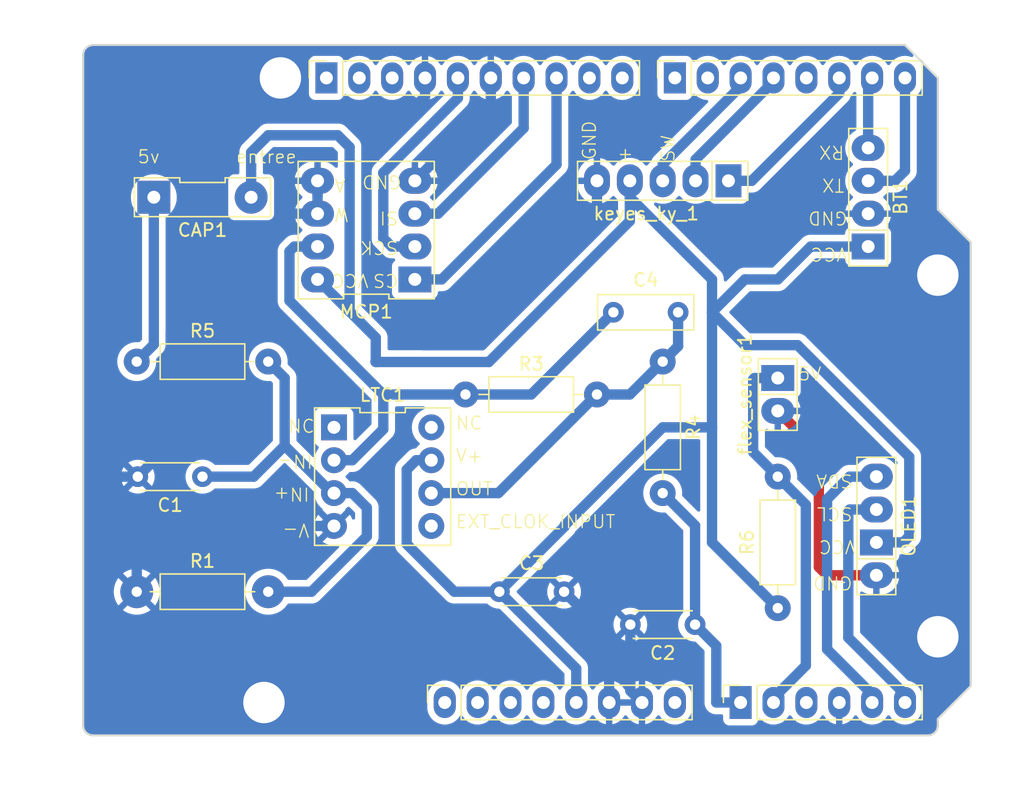
<source format=kicad_pcb>
(kicad_pcb (version 20221018) (generator pcbnew)
  (title_block (date "mar. 31 mars 2015"))
  (layers (0 "F.Cu" signal) (31 "B.Cu" signal) (34 "B.Paste" user) (35 "F.Paste" user) (36 "B.SilkS" user "B.Silkscreen") (37 "F.SilkS" user "F.Silkscreen") (38 "B.Mask" user) (39 "F.Mask" user) (44 "Edge.Cuts" user))
  (net 0 "")
  (net 1 "GND")
  (net 3 "+5V")
  (net 4 "/IOREF")
  (net 5 "A0")
  (net 6 "/A2")
  (net 7 "/AREF")
  (net 8 "/7")
  (net 9 "/*6")
  (net 10 "/*3")
  (net 11 "+3V3")
  (net 12 "VCC")
  (net 13 "/~{RESET}")
  (net 14 "/B")
  (net 18 "Net-(LTC1-+IN)")
  (net 19 "Net-(LTC1-OUT)")
  (net 20 "Net-(CAP1-ENTREE)")
  (net 21 "A4")
  (net 22 "A5")
  (net 23 "D1")
  (net 24 "D0")
  (net 25 "D13")
  (net 26 "D11")
  (net 27 "D10")
  (net 28 "/*9")
  (net 29 "/8")
  (net 30 "A1")
  (net 31 "D5")
  (net 32 "D4")
  (net 33 "D2")
  (footprint "Connector_PinSocket_2.54mm:PinSocket_1x08_P2.54mm_Vertical" (layer "F.Cu") (at 127.94 97.46 90)
    (fp_text reference "J1" hide)
    (fp_text value "Power")
    (fp_line (start -1.33 1.27) (end -1.33 19.11) (stroke (width 0.12)) (layer "F.SilkS"))
    (fp_line (start -1.33 1.27) (end 1.33 1.27) (stroke (width 0.12)) (layer "F.SilkS"))
    (fp_line (start -1.33 19.11) (end 1.33 19.11) (stroke (width 0.12)) (layer "F.SilkS"))
    (fp_line (start 0 -1.33) (end 1.33 -1.33) (stroke (width 0.12)) (layer "F.SilkS"))
    (fp_line (start 1.33 -1.33) (end 1.33 0) (stroke (width 0.12)) (layer "F.SilkS"))
    (fp_line (start 1.33 1.27) (end 1.33 19.11) (stroke (width 0.12)) (layer "F.SilkS"))
    (pad "1" thru_hole oval locked (at 0 0 90) (size 2.4 1.7) (drill 1) (layers "*.Cu" "*.Mask"))
    (pad "2" thru_hole oval locked (at 0 2.54 90) (size 2.4 1.7) (drill 1) (layers "*.Cu" "*.Mask") (net 4 "/IOREF"))
    (pad "3" thru_hole oval locked (at 0 5.08 90) (size 2.4 1.7) (drill 1) (layers "*.Cu" "*.Mask") (net 13 "/~{RESET}"))
    (pad "4" thru_hole oval locked (at 0 7.62 90) (size 2.4 1.7) (drill 1) (layers "*.Cu" "*.Mask") (net 11 "+3V3"))
    (pad "5" thru_hole oval locked (at 0 10.16 90) (size 2.4 1.7) (drill 1) (layers "*.Cu" "*.Mask") (net 3 "+5V"))
    (pad "6" thru_hole oval locked (at 0 12.7 90) (size 2.4 1.7) (drill 1) (layers "*.Cu" "*.Mask") (net 1 "GND"))
    (pad "7" thru_hole oval locked (at 0 15.24 90) (size 2.4 1.7) (drill 1) (layers "*.Cu" "*.Mask") (net 1 "GND"))
    (pad "8" thru_hole oval locked (at 0 17.78 90) (size 2.4 1.7) (drill 1) (layers "*.Cu" "*.Mask") (net 12 "VCC"))
  )
  (footprint "Connector_PinSocket_2.54mm:PinSocket_1x06_P2.54mm_Vertical" (layer "F.Cu") (at 150.8 97.46 90)
    (fp_text reference "J3" hide)
    (fp_text value "Analog")
    (fp_line (start -1.33 1.27) (end -1.33 14.03) (stroke (width 0.12)) (layer "F.SilkS"))
    (fp_line (start -1.33 1.27) (end 1.33 1.27) (stroke (width 0.12)) (layer "F.SilkS"))
    (fp_line (start -1.33 14.03) (end 1.33 14.03) (stroke (width 0.12)) (layer "F.SilkS"))
    (fp_line (start 0 -1.33) (end 1.33 -1.33) (stroke (width 0.12)) (layer "F.SilkS"))
    (fp_line (start 1.33 -1.33) (end 1.33 0) (stroke (width 0.12)) (layer "F.SilkS"))
    (fp_line (start 1.33 1.27) (end 1.33 14.03) (stroke (width 0.12)) (layer "F.SilkS"))
    (pad "1" thru_hole rect locked (at 0 0 90) (size 2.54 1.7) (drill 1) (layers "*.Cu" "*.Mask") (net 5 "A0"))
    (pad "2" thru_hole oval locked (at 0 2.54 90) (size 2.4 1.7) (drill 1) (layers "*.Cu" "*.Mask") (net 30 "A1") (clearance 0.5))
    (pad "3" thru_hole oval locked (at 0 5.08 90) (size 2.4 1.7) (drill 1) (layers "*.Cu" "*.Mask") (net 6 "/A2") (clearance 0.5))
    (pad "4" thru_hole oval locked (at 0 7.62 90) (size 2.4 1.7) (drill 1) (layers "*.Cu" "*.Mask") (net 1 "GND") (clearance 0.5))
    (pad "5" thru_hole oval locked (at 0 10.16 90) (size 2.4 1.7) (drill 1) (layers "*.Cu" "*.Mask") (net 21 "A4") (clearance 0.5))
    (pad "6" thru_hole oval locked (at 0 12.7 90) (size 2.4 1.7) (drill 1) (layers "*.Cu" "*.Mask") (net 22 "A5") (clearance 0.5))
  )
  (footprint "Connector_PinSocket_2.54mm:PinSocket_1x10_P2.54mm_Vertical" (layer "F.Cu") (at 118.796 49.2 90)
    (fp_text reference "J2" hide)
    (fp_text value "Digital/PWM")
    (fp_line (start -1.33 1.27) (end -1.33 24.19) (stroke (width 0.12)) (layer "F.SilkS"))
    (fp_line (start -1.33 1.27) (end 1.33 1.27) (stroke (width 0.12)) (layer "F.SilkS"))
    (fp_line (start -1.33 24.19) (end 1.33 24.19) (stroke (width 0.12)) (layer "F.SilkS"))
    (fp_line (start 0 -1.33) (end 1.33 -1.33) (stroke (width 0.12)) (layer "F.SilkS"))
    (fp_line (start 1.33 -1.33) (end 1.33 0) (stroke (width 0.12)) (layer "F.SilkS"))
    (fp_line (start 1.33 1.27) (end 1.33 24.19) (stroke (width 0.12)) (layer "F.SilkS"))
    (pad "1" thru_hole rect locked (at 0 0 90) (size 2.4 1.7) (drill 1) (layers "*.Cu" "*.Mask") (net 22 "A5"))
    (pad "2" thru_hole oval locked (at 0 2.54 90) (size 2.4 1.7) (drill 1) (layers "*.Cu" "*.Mask") (net 21 "A4"))
    (pad "3" thru_hole oval locked (at 0 5.08 90) (size 2.4 1.7) (drill 1) (layers "*.Cu" "*.Mask") (net 7 "/AREF"))
    (pad "4" thru_hole oval locked (at 0 7.62 90) (size 2.4 1.7) (drill 1) (layers "*.Cu" "*.Mask") (net 1 "GND"))
    (pad "5" thru_hole oval locked (at 0 10.16 90) (size 2.4 1.7) (drill 1) (layers "*.Cu" "*.Mask") (net 25 "D13"))
    (pad "6" thru_hole oval locked (at 0 12.7 90) (size 2.4 1.7) (drill 1) (layers "*.Cu" "*.Mask") (net 1 "GND"))
    (pad "7" thru_hole oval locked (at 0 15.24 90) (size 2.4 1.7) (drill 1) (layers "*.Cu" "*.Mask") (net 26 "D11"))
    (pad "8" thru_hole oval locked (at 0 17.78 90) (size 2.4 1.7) (drill 1) (layers "*.Cu" "*.Mask") (net 27 "D10"))
    (pad "9" thru_hole oval locked (at 0 20.32 90) (size 2.4 1.7) (drill 1) (layers "*.Cu" "*.Mask") (net 28 "/*9"))
    (pad "10" thru_hole oval locked (at 0 22.86 90) (size 2.4 1.7) (drill 1) (layers "*.Cu" "*.Mask") (net 29 "/8"))
  )
  (footprint "Connector_PinSocket_2.54mm:PinSocket_1x08_P2.54mm_Vertical" (layer "F.Cu") (at 145.72 49.2 90)
    (fp_text reference "J4" hide)
    (fp_text value "Digital/PWM")
    (fp_line (start -1.33 1.27) (end -1.33 19.11) (stroke (width 0.12)) (layer "F.SilkS"))
    (fp_line (start -1.33 1.27) (end 1.33 1.27) (stroke (width 0.12)) (layer "F.SilkS"))
    (fp_line (start -1.33 19.11) (end 1.33 19.11) (stroke (width 0.12)) (layer "F.SilkS"))
    (fp_line (start 0 -1.33) (end 1.33 -1.33) (stroke (width 0.12)) (layer "F.SilkS"))
    (fp_line (start 1.33 -1.33) (end 1.33 0) (stroke (width 0.12)) (layer "F.SilkS"))
    (fp_line (start 1.33 1.27) (end 1.33 19.11) (stroke (width 0.12)) (layer "F.SilkS"))
    (pad "1" thru_hole rect locked (at 0 0 90) (size 2.4 1.7) (drill 1) (layers "*.Cu" "*.Mask") (net 8 "/7"))
    (pad "2" thru_hole oval locked (at 0 2.54 90) (size 2.4 1.7) (drill 1) (layers "*.Cu" "*.Mask") (net 9 "/*6"))
    (pad "3" thru_hole oval locked (at 0 5.08 90) (size 2.4 1.7) (drill 1) (layers "*.Cu" "*.Mask") (net 31 "D5"))
    (pad "4" thru_hole oval locked (at 0 7.62 90) (size 2.4 1.7) (drill 1) (layers "*.Cu" "*.Mask") (net 32 "D4"))
    (pad "5" thru_hole oval locked (at 0 10.16 90) (size 2.4 1.7) (drill 1) (layers "*.Cu" "*.Mask") (net 10 "/*3"))
    (pad "6" thru_hole oval locked (at 0 12.7 90) (size 2.4 1.7) (drill 1) (layers "*.Cu" "*.Mask") (net 33 "D2"))
    (pad "7" thru_hole oval locked (at 0 15.24 90) (size 2.4 1.7) (drill 1) (layers "*.Cu" "*.Mask") (net 23 "D1"))
    (pad "8" thru_hole oval locked (at 0 17.78 90) (size 2.4 1.7) (drill 1) (layers "*.Cu" "*.Mask") (net 24 "D0"))
  )
  (footprint "Library_projet_capteur:BT" (layer "F.Cu") (at 160.655 58.42 90)
    (fp_text reference "BT1" (at 0 2.5 90) (layer "F.SilkS"))
    (fp_text value "~")
    (fp_text user "GND" (at -1.016 -1.524 180 unlocked) (layer "F.SilkS") (effects (font (thickness 0.1)) (justify left bottom)))
    (fp_text user "VCC" (at -3.81 -1.524 180 unlocked) (layer "F.SilkS") (effects (font (thickness 0.1)) (justify left bottom)))
    (fp_text user "TX" (at 1.524 -1.778 180 unlocked) (layer "F.SilkS") (effects (font (thickness 0.1)) (justify left bottom)))
    (fp_text user "RX" (at 4.064 -1.778 180 unlocked) (layer "F.SilkS") (effects (font (thickness 0.1)) (justify left bottom)))
    (fp_line (start -5.31 -1.5) (end 5.31 -1.5) (stroke (width 0.12)) (layer "F.SilkS"))
    (fp_line (start -5.31 1.5) (end -5.31 -1.5) (stroke (width 0.12)) (layer "F.SilkS"))
    (fp_line (start -2.54 -1.5) (end -2.54 1.5) (stroke (width 0.12)) (layer "F.SilkS"))
    (fp_line (start 5.31 -1.5) (end 5.31 1.5) (stroke (width 0.12)) (layer "F.SilkS"))
    (fp_line (start 5.31 1.5) (end -5.31 1.5) (stroke (width 0.12)) (layer "F.SilkS"))
    (pad "1" thru_hole rect (at -3.81 0 90) (size 2 2.54) (drill 1) (layers "*.Cu" "*.Mask") (net 3 "+5V"))
    (pad "2" thru_hole oval (at -1.27 0 90) (size 2 2.54) (drill 1) (layers "*.Cu" "*.Mask") (net 1 "GND"))
    (pad "3" thru_hole oval (at 1.27 0 90) (size 2 2.54) (drill 1) (layers "*.Cu" "*.Mask") (net 24 "D0"))
    (pad "4" thru_hole oval (at 3.81 0 90) (size 2 2.54) (drill 1) (layers "*.Cu" "*.Mask") (net 23 "D1"))
  )
  (footprint "Capacitor_THT:C_Disc_D4.3mm_W1.9mm_P5.00mm" (layer "F.Cu") (at 132.16 88.9)
    (fp_text reference "C3" (at 2.5 -2.2) (layer "F.SilkS"))
    (fp_text value "100n")
    (fp_line (start 0.23 -1.07) (end 0.23 -1.055) (stroke (width 0.12)) (layer "F.SilkS"))
    (fp_line (start 0.23 -1.07) (end 4.77 -1.07) (stroke (width 0.12)) (layer "F.SilkS"))
    (fp_line (start 0.23 1.055) (end 0.23 1.07) (stroke (width 0.12)) (layer "F.SilkS"))
    (fp_line (start 0.23 1.07) (end 4.77 1.07) (stroke (width 0.12)) (layer "F.SilkS"))
    (fp_line (start 4.77 -1.07) (end 4.77 -1.055) (stroke (width 0.12)) (layer "F.SilkS"))
    (fp_line (start 4.77 1.055) (end 4.77 1.07) (stroke (width 0.12)) (layer "F.SilkS"))
    (pad "1" thru_hole circle (at 0 0) (size 1.6 1.6) (drill 0.8) (layers "*.Cu" "*.Mask") (net 3 "+5V"))
    (pad "2" thru_hole circle (at 5 0) (size 1.6 1.6) (drill 0.8) (layers "*.Cu" "*.Mask") (net 1 "GND"))
  )
  (footprint "Capacitor_THT:C_Rect_L7.2mm_W2.5mm_P5.00mm_FKS2_FKP2_MKS2_MKP2" (layer "F.Cu") (at 140.97 67.31)
    (fp_text reference "C4" (at 2.5 -2.5) (layer "F.SilkS"))
    (fp_text value "1u")
    (fp_line (start -1.22 -1.37) (end -1.22 1.37) (stroke (width 0.12)) (layer "F.SilkS"))
    (fp_line (start -1.22 -1.37) (end 6.22 -1.37) (stroke (width 0.12)) (layer "F.SilkS"))
    (fp_line (start -1.22 1.37) (end 6.22 1.37) (stroke (width 0.12)) (layer "F.SilkS"))
    (fp_line (start 6.22 -1.37) (end 6.22 1.37) (stroke (width 0.12)) (layer "F.SilkS"))
    (pad "1" thru_hole circle (at 0 0) (size 1.6 1.6) (drill 0.8) (layers "*.Cu" "*.Mask") (net 14 "/B"))
    (pad "2" thru_hole circle (at 5 0) (size 1.6 1.6) (drill 0.8) (layers "*.Cu" "*.Mask") (net 19 "Net-(LTC1-OUT)"))
  )
  (footprint "Library_projet_capteur:FLEX_SENSOR" (layer "F.Cu") (at 153.67 73.66 -90)
    (fp_text reference "flex_sensor1" (at 0 2.54 90) (layer "F.SilkS"))
    (fp_text value "~")
    (fp_text user "5V" (at -1 -1.5 unlocked) (layer "F.SilkS") (effects (font (thickness 0.1)) (justify left bottom)))
    (fp_line (start -2.77 -1.5) (end 2.77 -1.5) (stroke (width 0.12)) (layer "F.SilkS"))
    (fp_line (start -2.77 1.5) (end -2.77 -1.5) (stroke (width 0.12)) (layer "F.SilkS"))
    (fp_line (start 0 -1.5) (end 0 1.5) (stroke (width 0.12)) (layer "F.SilkS"))
    (fp_line (start 2.77 -1.5) (end 2.77 1.5) (stroke (width 0.12)) (layer "F.SilkS"))
    (fp_line (start 2.77 1.5) (end -2.77 1.5) (stroke (width 0.12)) (layer "F.SilkS"))
    (pad "1" thru_hole rect (at -1.27 0 270) (size 2 2.54) (drill 1) (layers "*.Cu" "*.Mask") (net 30 "A1") (clearance 0.5))
    (pad "2" thru_hole oval (at 1.27 0 270) (size 2 2.54) (drill 1) (layers "*.Cu" "*.Mask") (net 1 "GND") (clearance 0.5))
  )
  (footprint "Capacitor_THT:C_Disc_D4.3mm_W1.9mm_P5.00mm" (layer "F.Cu") (at 147.28 91.44 180)
    (fp_text reference "C2" (at 2.5 -2.2 180) (layer "F.SilkS"))
    (fp_text value "100n")
    (fp_line (start 0.23 -1.07) (end 0.23 -1.055) (stroke (width 0.12)) (layer "F.SilkS"))
    (fp_line (start 0.23 -1.07) (end 4.77 -1.07) (stroke (width 0.12)) (layer "F.SilkS"))
    (fp_line (start 0.23 1.055) (end 0.23 1.07) (stroke (width 0.12)) (layer "F.SilkS"))
    (fp_line (start 0.23 1.07) (end 4.77 1.07) (stroke (width 0.12)) (layer "F.SilkS"))
    (fp_line (start 4.77 -1.07) (end 4.77 -1.055) (stroke (width 0.12)) (layer "F.SilkS"))
    (fp_line (start 4.77 1.055) (end 4.77 1.07) (stroke (width 0.12)) (layer "F.SilkS"))
    (pad "1" thru_hole circle (at 0 0 180) (size 1.6 1.6) (drill 0.8) (layers "*.Cu" "*.Mask") (net 5 "A0"))
    (pad "2" thru_hole circle (at 5 0 180) (size 1.6 1.6) (drill 0.8) (layers "*.Cu" "*.Mask") (net 1 "GND"))
  )
  (footprint "Arduino_MountingHole:MountingHole_3.2mm" (layer "F.Cu") (at 115.24 49.2)
    (fp_text reference "MH1" hide)
    (fp_text value "MountingHole_3.2mm" hide)
    (pad "" np_thru_hole circle locked (at 0 0) (size 3.2 3.2) (drill 3.2) (layers "*.Cu" "*.Mask"))
  )
  (footprint "Library_projet_capteur:capteur" (layer "F.Cu") (at 109.22 58.42 -90)
    (fp_text reference "CAP1" (at 2.54 0) (layer "F.SilkS"))
    (fp_text value "~")
    (fp_text user "5v" (at -2.54 5.08 unlocked) (layer "F.SilkS") (effects (font (thickness 0.1)) (justify left bottom)))
    (fp_text user "entree" (at -2.54 -2.54 unlocked) (layer "F.SilkS") (effects (font (thickness 0.1)) (justify left bottom)))
    (fp_line (start -1.5 -1.753333) (end -1.14 -1.753333) (stroke (width 0.12)) (layer "F.SilkS"))
    (fp_line (start -1.5 1.753333) (end -1.5 5.26) (stroke (width 0.12)) (layer "F.SilkS"))
    (fp_line (start -1.5 5.26) (end 1.499999 5.26) (stroke (width 0.12)) (layer "F.SilkS"))
    (fp_line (start -1.499999 -5.26) (end -1.5 -1.753333) (stroke (width 0.12)) (layer "F.SilkS"))
    (fp_line (start -1.14 -1.753333) (end -1.14 1.753333) (stroke (width 0.12)) (layer "F.SilkS"))
    (fp_line (start -1.14 1.753333) (end -1.5 1.753333) (stroke (width 0.12)) (layer "F.SilkS"))
    (fp_line (start 1.499999 5.26) (end 1.5 -5.26) (stroke (width 0.12)) (layer "F.SilkS"))
    (fp_line (start 1.5 -5.26) (end -1.499999 -5.26) (stroke (width 0.12)) (layer "F.SilkS"))
    (pad "1" thru_hole rect (at 0 3.76 270) (size 2.54 2.54) (drill 1) (layers "*.Cu" "*.Mask") (net 3 "+5V"))
    (pad "2" thru_hole circle (at 0 -3.76 270) (size 2.54 2.54) (drill 1) (layers "*.Cu" "*.Mask") (net 20 "Net-(CAP1-ENTREE)"))
  )
  (footprint "Resistor_THT:R_Axial_DIN0207_L6.3mm_D2.5mm_P10.16mm_Horizontal" (layer "F.Cu") (at 144.78 71.12 -90)
    (fp_text reference "R4" (at 5.08 -2.37 90) (layer "F.SilkS"))
    (fp_text value "1K")
    (fp_line (start 1.04 0) (end 1.81 0) (stroke (width 0.12)) (layer "F.SilkS"))
    (fp_line (start 1.81 -1.37) (end 1.81 1.37) (stroke (width 0.12)) (layer "F.SilkS"))
    (fp_line (start 1.81 1.37) (end 8.35 1.37) (stroke (width 0.12)) (layer "F.SilkS"))
    (fp_line (start 8.35 -1.37) (end 1.81 -1.37) (stroke (width 0.12)) (layer "F.SilkS"))
    (fp_line (start 8.35 1.37) (end 8.35 -1.37) (stroke (width 0.12)) (layer "F.SilkS"))
    (fp_line (start 9.12 0) (end 8.35 0) (stroke (width 0.12)) (layer "F.SilkS"))
    (pad "1" thru_hole circle (at 0 0 270) (size 2 2) (drill 0.8) (layers "*.Cu" "*.Mask") (net 19 "Net-(LTC1-OUT)"))
    (pad "2" thru_hole circle (at 10.16 0 270) (size 2 2) (drill 0.8) (layers "*.Cu" "*.Mask") (net 5 "A0"))
  )
  (footprint "Library_projet_capteur:OLED" (layer "F.Cu") (at 161.29 83.82 90)
    (fp_text reference "OLED1" (at 0 2.5 90) (layer "F.SilkS"))
    (fp_text value "~")
    (fp_text user "VCC" (at -1.016 -1.524 180 unlocked) (layer "F.SilkS") (effects (font (thickness 0.1)) (justify left bottom)))
    (fp_text user "GND" (at -3.81 -1.778 180 unlocked) (layer "F.SilkS") (effects (font (thickness 0.1)) (justify left bottom)))
    (fp_text user "SCL" (at 1.524 -1.778 180 unlocked) (layer "F.SilkS") (effects (font (thickness 0.1)) (justify left bottom)))
    (fp_text user "SDA" (at 4.064 -1.778 180 unlocked) (layer "F.SilkS") (effects (font (thickness 0.1)) (justify left bottom)))
    (fp_line (start -5.31 -1.5) (end 5.31 -1.5) (stroke (width 0.12)) (layer "F.SilkS"))
    (fp_line (start -5.31 1.5) (end -5.31 -1.5) (stroke (width 0.12)) (layer "F.SilkS"))
    (fp_line (start -2.54 -1.5) (end -2.54 1.5) (stroke (width 0.12)) (layer "F.SilkS"))
    (fp_line (start 5.31 -1.5) (end 5.31 1.5) (stroke (width 0.12)) (layer "F.SilkS"))
    (fp_line (start 5.31 1.5) (end -5.31 1.5) (stroke (width 0.12)) (layer "F.SilkS"))
    (pad "1" thru_hole oval (at -3.81 0 90) (size 2 2.54) (drill 1) (layers "*.Cu" "*.Mask") (net 1 "GND"))
    (pad "2" thru_hole rect (at -1.27 0 90) (size 2 2.54) (drill 1) (layers "*.Cu" "*.Mask") (net 3 "+5V"))
    (pad "3" thru_hole oval (at 1.27 0 90) (size 2 2.54) (drill 1) (layers "*.Cu" "*.Mask") (net 22 "A5"))
    (pad "4" thru_hole oval (at 3.81 0 90) (size 2 2.54) (drill 1) (layers "*.Cu" "*.Mask") (net 21 "A4"))
  )
  (footprint "Library_projet_capteur:LTC1050" (layer "F.Cu") (at 123.14 80.01 -90)
    (fp_text reference "LTC1" (at -6.31 0) (layer "F.SilkS"))
    (fp_text value "~")
    (fp_text user "V+" (at -1.016 -5.588 unlocked) (layer "F.SilkS") (effects (font (thickness 0.1)) (justify left bottom)))
    (fp_text user "NC" (at -3.556 -5.588 unlocked) (layer "F.SilkS") (effects (font (thickness 0.1)) (justify left bottom)))
    (fp_text user "EXT_CLOK_INPUT" (at 4.064 -5.588 unlocked) (layer "F.SilkS") (effects (font (thickness 0.1)) (justify left bottom)))
    (fp_text user "V-" (at 3.556 5.588 -180 unlocked) (layer "F.SilkS") (effects (font (thickness 0.1)) (justify left bottom)))
    (fp_text user "NC" (at -3.302 7.366 unlocked) (layer "F.SilkS") (effects (font (thickness 0.1)) (justify left bottom)))
    (fp_text user "OUT" (at 1.524 -5.588 unlocked) (layer "F.SilkS") (effects (font (thickness 0.1)) (justify left bottom)))
    (fp_text user "IN-" (at -1.778 5.334 180 unlocked) (layer "F.SilkS") (effects (font (thickness 0.1)) (justify left bottom)))
    (fp_text user "IN+" (at 0.762 5.588 -180 unlocked) (layer "F.SilkS") (effects (font (thickness 0.1)) (justify left bottom)))
    (fp_line (start -5.31 -5.26) (end -5.31 -1.753333) (stroke (width 0.12)) (layer "F.SilkS"))
    (fp_line (start -5.31 -1.753333) (end -4.95 -1.753333) (stroke (width 0.12)) (layer "F.SilkS"))
    (fp_line (start -5.31 1.753333) (end -5.31 5.26) (stroke (width 0.12)) (layer "F.SilkS"))
    (fp_line (start -5.31 5.26) (end 5.31 5.26) (stroke (width 0.12)) (layer "F.SilkS"))
    (fp_line (start -4.95 -1.753333) (end -4.95 1.753333) (stroke (width 0.12)) (layer "F.SilkS"))
    (fp_line (start -4.95 1.753333) (end -5.31 1.753333) (stroke (width 0.12)) (layer "F.SilkS"))
    (fp_line (start 5.31 -5.26) (end -5.31 -5.26) (stroke (width 0.12)) (layer "F.SilkS"))
    (fp_line (start 5.31 5.26) (end 5.31 -5.26) (stroke (width 0.12)) (layer "F.SilkS"))
    (pad "1" thru_hole rect (at -3.81 3.76 270) (size 2 2) (drill 1) (layers "*.Cu" "*.Mask"))
    (pad "2" thru_hole circle (at -1.27 3.76 270) (size 2 2) (drill 1) (layers "*.Cu" "*.Mask") (net 14 "/B"))
    (pad "3" thru_hole circle (at 1.27 3.76 270) (size 2 2) (drill 1) (layers "*.Cu" "*.Mask") (net 18 "Net-(LTC1-+IN)"))
    (pad "4" thru_hole circle (at 3.81 3.76 270) (size 2 2) (drill 1) (layers "*.Cu" "*.Mask") (net 1 "GND"))
    (pad "5" thru_hole circle (at 3.81 -3.76 270) (size 2 2) (drill 1) (layers "*.Cu" "*.Mask"))
    (pad "6" thru_hole circle (at 1.27 -3.76 270) (size 2 2) (drill 1) (layers "*.Cu" "*.Mask") (net 19 "Net-(LTC1-OUT)"))
    (pad "7" thru_hole circle (at -1.27 -3.76 270) (size 2 2) (drill 1) (layers "*.Cu" "*.Mask") (net 3 "+5V"))
    (pad "8" thru_hole circle (at -3.81 -3.76 270) (size 2 2) (drill 1) (layers "*.Cu" "*.Mask"))
  )
  (footprint "Capacitor_THT:C_Disc_D4.3mm_W1.9mm_P5.00mm" (layer "F.Cu") (at 109.22 80.01 180)
    (fp_text reference "C1" (at 2.5 -2.2 180) (layer "F.SilkS"))
    (fp_text value "100n")
    (fp_line (start 0.23 -1.07) (end 0.23 -1.055) (stroke (width 0.12)) (layer "F.SilkS"))
    (fp_line (start 0.23 -1.07) (end 4.77 -1.07) (stroke (width 0.12)) (layer "F.SilkS"))
    (fp_line (start 0.23 1.055) (end 0.23 1.07) (stroke (width 0.12)) (layer "F.SilkS"))
    (fp_line (start 0.23 1.07) (end 4.77 1.07) (stroke (width 0.12)) (layer "F.SilkS"))
    (fp_line (start 4.77 -1.07) (end 4.77 -1.055) (stroke (width 0.12)) (layer "F.SilkS"))
    (fp_line (start 4.77 1.055) (end 4.77 1.07) (stroke (width 0.12)) (layer "F.SilkS"))
    (pad "1" thru_hole circle (at 0 0 180) (size 1.6 1.6) (drill 0.8) (layers "*.Cu" "*.Mask") (net 18 "Net-(LTC1-+IN)"))
    (pad "2" thru_hole circle (at 5 0 180) (size 1.6 1.6) (drill 0.8) (layers "*.Cu" "*.Mask") (net 1 "GND"))
  )
  (footprint "Library_projet_capteur:MCP41050" (layer "F.Cu") (at 121.436 60.222 90)
    (fp_text reference "MCP1" (at -7.048 0.434) (layer "F.SilkS"))
    (fp_text value "~")
    (fp_text user "W" (at 1.04 -0.836 180 unlocked) (layer "F.SilkS") (effects (font (thickness 0.1)) (justify left bottom)))
    (fp_text user "SI" (at 0.786 2.974 180 unlocked) (layer "F.SilkS") (effects (font (thickness 0.1)) (justify left bottom)))
    (fp_text user "CS" (at -4.04 2.974 180 unlocked) (layer "F.SilkS") (effects (font (thickness 0.1)) (justify left bottom)))
    (fp_text user "GND" (at 3.58 3.228 180 unlocked) (layer "F.SilkS") (effects (font (thickness 0.1)) (justify left bottom)))
    (fp_text user "A" (at 3.326 -1.09 180 unlocked) (layer "F.SilkS") (effects (font (thickness 0.1)) (justify left bottom)))
    (fp_text user "SCK" (at -1.5 2.974 180 unlocked) (layer "F.SilkS") (effects (font (thickness 0.1)) (justify left bottom)))
    (fp_text user "VCC" (at -4.04 0.688 180 unlocked) (layer "F.SilkS") (effects (font (thickness 0.1)) (justify left bottom)))
    (fp_line (start -6.048 -4.826) (end -6.048 -1.319333) (stroke (width 0.12)) (layer "F.SilkS"))
    (fp_line (start -6.048 -1.319333) (end -5.688 -1.319333) (stroke (width 0.12)) (layer "F.SilkS"))
    (fp_line (start -6.048 2.187333) (end -6.048 5.694) (stroke (width 0.12)) (layer "F.SilkS"))
    (fp_line (start -6.048 5.694) (end 4.572 5.694) (stroke (width 0.12)) (layer "F.SilkS"))
    (fp_line (start -5.688 -1.319333) (end -5.688 2.187333) (stroke (width 0.12)) (layer "F.SilkS"))
    (fp_line (start -5.688 2.187333) (end -6.048 2.187333) (stroke (width 0.12)) (layer "F.SilkS"))
    (fp_line (start 4.572 -4.826) (end -6.048 -4.826) (stroke (width 0.12)) (layer "F.SilkS"))
    (fp_line (start 4.572 5.694) (end 4.572 -4.826) (stroke (width 0.12)) (layer "F.SilkS"))
    (pad "1" thru_hole rect (at -4.548 4.194 90) (size 2 2.54) (drill 1) (layers "*.Cu" "*.Mask") (net 27 "D10") (clearance 0.5))
    (pad "2" thru_hole oval (at -2.008 4.194 90) (size 2 2.54) (drill 1) (layers "*.Cu" "*.Mask") (net 25 "D13") (clearance 0.5))
    (pad "3" thru_hole oval (at 0.532 4.194 90) (size 2 2.54) (drill 1) (layers "*.Cu" "*.Mask") (net 26 "D11") (clearance 0.5))
    (pad "4" thru_hole oval (at 3.072 4.194 90) (size 2 2.54) (drill 1) (layers "*.Cu" "*.Mask") (net 1 "GND") (clearance 0.5))
    (pad "5" thru_hole oval (at 3.072 -3.326 90) (size 2 2.54) (drill 1) (layers "*.Cu" "*.Mask") (net 1 "GND") (clearance 0.5))
    (pad "6" thru_hole oval (at 0.532 -3.326 90) (size 2 2.54) (drill 1) (layers "*.Cu" "*.Mask") (net 1 "GND") (clearance 0.5))
    (pad "7" thru_hole oval (at -2.008 -3.326 90) (size 2 2.54) (drill 1) (layers "*.Cu" "*.Mask") (net 14 "/B") (clearance 0.5))
    (pad "8" thru_hole oval (at -4.548 -3.326 90) (size 2 2.54) (drill 1) (layers "*.Cu" "*.Mask") (net 3 "+5V") (clearance 0.5))
  )
  (footprint "Resistor_THT:R_Axial_DIN0207_L6.3mm_D2.5mm_P10.16mm_Horizontal" (layer "F.Cu") (at 104.14 88.9)
    (fp_text reference "R1" (at 5.08 -2.37) (layer "F.SilkS"))
    (fp_text value "100k")
    (fp_line (start 1.04 0) (end 1.81 0) (stroke (width 0.12)) (layer "F.SilkS"))
    (fp_line (start 1.81 -1.37) (end 1.81 1.37) (stroke (width 0.12)) (layer "F.SilkS"))
    (fp_line (start 1.81 1.37) (end 8.35 1.37) (stroke (width 0.12)) (layer "F.SilkS"))
    (fp_line (start 8.35 -1.37) (end 1.81 -1.37) (stroke (width 0.12)) (layer "F.SilkS"))
    (fp_line (start 8.35 1.37) (end 8.35 -1.37) (stroke (width 0.12)) (layer "F.SilkS"))
    (fp_line (start 9.12 0) (end 8.35 0) (stroke (width 0.12)) (layer "F.SilkS"))
    (pad "1" thru_hole circle (at 0 0) (size 2.54 2.54) (drill 0.8) (layers "*.Cu" "*.Mask") (net 1 "GND"))
    (pad "2" thru_hole circle (at 10.16 0) (size 2.54 2.54) (drill 0.8) (layers "*.Cu" "*.Mask") (net 18 "Net-(LTC1-+IN)"))
  )
  (footprint "Library_projet_capteur:encodeur_rotatoire" (layer "F.Cu") (at 144.78 57.15 180)
    (fp_text reference "keyes_ky_1" (at 1.27 -2.54) (layer "F.SilkS"))
    (fp_text value "~")
    (fp_text user "+" (at 2.2 2.54 180 unlocked) (layer "F.SilkS") (effects (font (thickness 0.1)) (justify left bottom)))
    (fp_text user "GND" (at 5.08 1.54 90 unlocked) (layer "F.SilkS") (effects (font (thickness 0.1)) (justify left bottom)))
    (fp_text user "SW" (at -1 1.4 90 unlocked) (layer "F.SilkS") (effects (font (thickness 0.1)) (justify left bottom)))
    (fp_line (start -6.58 -1.5) (end 6.58 -1.5) (stroke (width 0.12)) (layer "F.SilkS"))
    (fp_line (start -6.58 1.5) (end -6.58 -1.5) (stroke (width 0.12)) (layer "F.SilkS"))
    (fp_line (start -3.81 -1.5) (end -3.81 1.5) (stroke (width 0.12)) (layer "F.SilkS"))
    (fp_line (start 6.58 -1.5) (end 6.58 1.5) (stroke (width 0.12)) (layer "F.SilkS"))
    (fp_line (start 6.58 1.5) (end -6.58 1.5) (stroke (width 0.12)) (layer "F.SilkS"))
    (pad "1" thru_hole rect (at -5.08 0 180) (size 2 2.54) (drill 1) (layers "*.Cu" "*.Mask") (net 33 "D2"))
    (pad "2" thru_hole oval (at -2.54 0 180) (size 2 2.54) (drill 1) (layers "*.Cu" "*.Mask") (net 32 "D4"))
    (pad "3" thru_hole oval (at 0 0 180) (size 2 2.54) (drill 1) (layers "*.Cu" "*.Mask") (net 31 "D5"))
    (pad "4" thru_hole oval (at 2.54 0 180) (size 2 2.54) (drill 1) (layers "*.Cu" "*.Mask") (net 3 "+5V"))
    (pad "5" thru_hole oval (at 5.08 0 180) (size 2 2.54) (drill 1) (layers "*.Cu" "*.Mask") (net 1 "GND"))
  )
  (footprint "Resistor_THT:R_Axial_DIN0207_L6.3mm_D2.5mm_P10.16mm_Horizontal" (layer "F.Cu") (at 104.14 71.12)
    (fp_text reference "R5" (at 5.08 -2.37) (layer "F.SilkS"))
    (fp_text value "10k")
    (fp_line (start 1.04 0) (end 1.81 0) (stroke (width 0.12)) (layer "F.SilkS"))
    (fp_line (start 1.81 -1.37) (end 1.81 1.37) (stroke (width 0.12)) (layer "F.SilkS"))
    (fp_line (start 1.81 1.37) (end 8.35 1.37) (stroke (width 0.12)) (layer "F.SilkS"))
    (fp_line (start 8.35 -1.37) (end 1.81 -1.37) (stroke (width 0.12)) (layer "F.SilkS"))
    (fp_line (start 8.35 1.37) (end 8.35 -1.37) (stroke (width 0.12)) (layer "F.SilkS"))
    (fp_line (start 9.12 0) (end 8.35 0) (stroke (width 0.12)) (layer "F.SilkS"))
    (pad "1" thru_hole circle (at 0 0) (size 2 2) (drill 0.8) (layers "*.Cu" "*.Mask") (net 20 "Net-(CAP1-ENTREE)"))
    (pad "2" thru_hole circle (at 10.16 0) (size 2 2) (drill 0.8) (layers "*.Cu" "*.Mask") (net 18 "Net-(LTC1-+IN)"))
  )
  (footprint "Arduino_MountingHole:MountingHole_3.2mm" (layer "F.Cu") (at 113.97 97.46)
    (fp_text reference "MH2" hide)
    (fp_text value "MountingHole_3.2mm" hide)
    (pad "" np_thru_hole circle locked (at 0 0) (size 3.2 3.2) (drill 3.2) (layers "*.Cu" "*.Mask"))
  )
  (footprint "Resistor_THT:R_Axial_DIN0207_L6.3mm_D2.5mm_P10.16mm_Horizontal" (layer "F.Cu") (at 153.67 90.17 90)
    (fp_text reference "R6" (at 5.08 -2.37 90) (layer "F.SilkS"))
    (fp_text value "47k")
    (fp_line (start 1.04 0) (end 1.81 0) (stroke (width 0.12)) (layer "F.SilkS"))
    (fp_line (start 1.81 -1.37) (end 1.81 1.37) (stroke (width 0.12)) (layer "F.SilkS"))
    (fp_line (start 1.81 1.37) (end 8.35 1.37) (stroke (width 0.12)) (layer "F.SilkS"))
    (fp_line (start 8.35 -1.37) (end 1.81 -1.37) (stroke (width 0.12)) (layer "F.SilkS"))
    (fp_line (start 8.35 1.37) (end 8.35 -1.37) (stroke (width 0.12)) (layer "F.SilkS"))
    (fp_line (start 9.12 0) (end 8.35 0) (stroke (width 0.12)) (layer "F.SilkS"))
    (pad "1" thru_hole circle (at 0 0 90) (size 2 2) (drill 0.8) (layers "*.Cu" "*.Mask") (net 3 "+5V"))
    (pad "2" thru_hole circle (at 10.16 0 90) (size 2 2) (drill 0.8) (layers "*.Cu" "*.Mask") (net 30 "A1"))
  )
  (footprint "Arduino_MountingHole:MountingHole_3.2mm" (layer "F.Cu") (at 166.04 64.44)
    (fp_text reference "MH3" hide)
    (fp_text value "MountingHole_3.2mm" hide)
    (pad "" np_thru_hole circle locked (at 0 0) (size 3.2 3.2) (drill 3.2) (layers "*.Cu" "*.Mask"))
  )
  (footprint "Resistor_THT:R_Axial_DIN0207_L6.3mm_D2.5mm_P10.16mm_Horizontal" (layer "F.Cu") (at 129.54 73.66)
    (fp_text reference "R3" (at 5.08 -2.37) (layer "F.SilkS"))
    (fp_text value "100k")
    (fp_line (start 1.04 0) (end 1.81 0) (stroke (width 0.12)) (layer "F.SilkS"))
    (fp_line (start 1.81 -1.37) (end 1.81 1.37) (stroke (width 0.12)) (layer "F.SilkS"))
    (fp_line (start 1.81 1.37) (end 8.35 1.37) (stroke (width 0.12)) (layer "F.SilkS"))
    (fp_line (start 8.35 -1.37) (end 1.81 -1.37) (stroke (width 0.12)) (layer "F.SilkS"))
    (fp_line (start 8.35 1.37) (end 8.35 -1.37) (stroke (width 0.12)) (layer "F.SilkS"))
    (fp_line (start 9.12 0) (end 8.35 0) (stroke (width 0.12)) (layer "F.SilkS"))
    (pad "1" thru_hole circle (at 0 0) (size 2 2) (drill 0.8) (layers "*.Cu" "*.Mask") (net 14 "/B"))
    (pad "2" thru_hole circle (at 10.16 0) (size 2 2) (drill 0.8) (layers "*.Cu" "*.Mask") (net 19 "Net-(LTC1-OUT)"))
  )
  (footprint "Arduino_MountingHole:MountingHole_3.2mm" (layer "F.Cu") (at 166.04 92.38)
    (fp_text reference "MH4" hide)
    (fp_text value "MountingHole_3.2mm" hide)
    (pad "" np_thru_hole circle locked (at 0 0) (size 3.2 3.2) (drill 3.2) (layers "*.Cu" "*.Mask"))
  )
  (gr_line (start 166.04 59.36) (end 168.58 61.9) (stroke (width 0.15)) (layer "Edge.Cuts"))
  (gr_line (start 100 99.238) (end 100 47.422) (stroke (width 0.15)) (layer "Edge.Cuts"))
  (gr_line (start 168.58 61.9) (end 168.58 96.19) (stroke (width 0.15)) (layer "Edge.Cuts"))
  (gr_line (start 165.278 100) (end 100.762 100) (stroke (width 0.15)) (layer "Edge.Cuts"))
  (gr_line (start 100.762 46.66) (end 163.5 46.66) (stroke (width 0.15)) (layer "Edge.Cuts"))
  (gr_arc (start 100.762 100) (mid 100.223185 99.776815) (end 100 99.238) (stroke (width 0.15)) (layer "Edge.Cuts"))
  (gr_line (start 168.58 96.19) (end 166.04 98.73) (stroke (width 0.15)) (layer "Edge.Cuts"))
  (gr_line (start 163.5 46.66) (end 166.04 49.2) (stroke (width 0.15)) (layer "Edge.Cuts"))
  (gr_arc (start 166.04 99.238) (mid 165.816815 99.776815) (end 165.278 100) (stroke (width 0.15)) (layer "Edge.Cuts"))
  (gr_line (start 166.04 49.2) (end 166.04 59.36) (stroke (width 0.15)) (layer "Edge.Cuts"))
  (gr_line (start 166.04 98.73) (end 166.04 99.238) (stroke (width 0.15)) (layer "Edge.Cuts"))
  (gr_arc (start 100 47.422) (mid 100.223185 46.883185) (end 100.762 46.66) (stroke (width 0.15)) (layer "Edge.Cuts"))
  (segment (start 153.67 74.93) (end 156.845 78.105) (width 0.8) (layer "F.Cu") (net 1))
  (segment (start 157.48 87.63) (end 161.29 87.63) (width 0.8) (layer "F.Cu") (net 1))
  (segment (start 156.845 86.995) (end 157.48 87.63) (width 0.8) (layer "F.Cu") (net 1))
  (segment (start 156.845 78.105) (end 156.845 86.995) (width 0.8) (layer "F.Cu") (net 1))
  (segment (start 118.11 57.15) (end 118.11 59.69) (width 0.8) (layer "B.Cu") (net 1))
  (segment (start 126.416 50.640051) (end 126.416 49.2) (width 0.8) (layer "B.Cu") (net 1))
  (segment (start 123.19 63.424529) (end 121.89 62.124529) (width 0.8) (layer "B.Cu") (net 1))
  (segment (start 116.04 59.69) (end 106.76 68.97) (width 0.8) (layer "B.Cu") (net 1))
  (segment (start 104.14 86.36) (end 104.14 88.9) (width 0.8) (layer "B.Cu") (net 1))
  (segment (start 123.19 63.424529) (end 123.19 66.67) (width 0.8) (layer "B.Cu") (net 1))
  (segment (start 121.89 52.363026) (end 121.92 52.333026) (width 0.8) (layer "B.Cu") (net 1))
  (segment (start 102.87 80.01) (end 101.6 81.28) (width 0.8) (layer "B.Cu") (net 1))
  (segment (start 119.38 83.82) (end 101.6 83.82) (width 0.8) (layer "B.Cu") (net 1))
  (segment (start 118.11 57.15) (end 118.11 58.344529) (width 0.8) (layer "B.Cu") (net 1))
  (segment (start 106.76 77.47) (end 104.22 80.01) (width 0.8) (layer "B.Cu") (net 1))
  (segment (start 106.76 68.97) (end 106.76 77.47) (width 0.8) (layer "B.Cu") (net 1))
  (segment (start 101.6 54.61) (end 103.876974 52.333026) (width 0.8) (layer "B.Cu") (net 1))
  (segment (start 118.11 59.69) (end 116.04 59.69) (width 0.8) (layer "B.Cu") (net 1))
  (segment (start 142.28 91.44) (end 142.28 96.56) (width 0.8) (layer "B.Cu") (net 1))
  (segment (start 143.22 97.42) (end 143.18 97.46) (width 0.7) (layer "B.Cu") (net 1))
  (segment (start 101.6 81.28) (end 101.6 54.61) (width 0.8) (layer "B.Cu") (net 1))
  (segment (start 139.7 60.96) (end 139.7 57.15) (width 0.8) (layer "B.Cu") (net 1))
  (segment (start 125.63 57.15) (end 131.496 51.284) (width 0.8) (layer "B.Cu") (net 1))
  (segment (start 140.64 92.38) (end 140.64 97.46) (width 0.8) (layer "B.Cu") (net 1))
  (segment (start 143.47 97.17) (end 143.18 97.46) (width 0.8) (layer "B.Cu") (net 1))
  (segment (start 101.6 83.82) (end 104.14 86.36) (width 0.8) (layer "B.Cu") (net 1))
  (segment (start 158.42 97.105126) (end 158.42 97.46) (width 0.6) (layer "B.Cu") (net 1))
  (segment (start 142.28 96.56) (end 143.18 97.46) (width 0.8) (layer "B.Cu") (net 1))
  (segment (start 130.81 69.85) (end 139.7 60.96) (width 0.8) (layer "B.Cu") (net 1))
  (segment (start 126.37 69.85) (end 130.81 69.85) (width 0.8) (layer "B.Cu") (net 1))
  (segment (start 101.6 83.82) (end 101.6 81.28) (width 0.8) (layer "B.Cu") (net 1))
  (segment (start 121.92 52.333026) (end 124.723026 52.333026) (width 0.8) (layer "B.Cu") (net 1))
  (segment (start 104.22 80.01) (end 102.87 80.01) (width 0.8) (layer "B.Cu") (net 1))
  (segment (start 123.19 66.67) (end 126.37 69.85) (width 0.8) (layer "B.Cu") (net 1))
  (segment (start 137.16 88.9) (end 140.64 92.38) (width 0.8) (layer "B.Cu") (net 1))
  (segment (start 103.876974 52.333026) (end 121.92 52.333026) (width 0.8) (layer "B.Cu") (net 1))
  (segment (start 131.496 51.284) (end 131.496 49.2) (width 0.8) (layer "B.Cu") (net 1))
  (segment (start 124.723026 52.333026) (end 126.416 50.640051) (width 0.8) (layer "B.Cu") (net 1))
  (segment (start 121.89 62.124529) (end 121.89 52.363026) (width 0.8) (layer "B.Cu") (net 1))
  (segment (start 137.2 83.86) (end 132.16 88.9) (width 0.8) (layer "B.Cu") (net 3))
  (segment (start 155.2 69.85) (end 151.13 69.85) (width 0.8) (layer "B.Cu") (net 3))
  (segment (start 138.1 94.84) (end 138.1 97.46) (width 0.8) (layer "B.Cu") (net 3))
  (segment (start 148.59 64.77) (end 148.59 67.31) (width 0.8) (layer "B.Cu") (net 3))
  (segment (start 128.68 88.9) (end 132.16 88.9) (width 0.8) (layer "B.Cu") (net 3))
  (segment (start 117.581156 64.77) (end 118.11 64.77) (width 0.8) (layer "B.Cu") (net 3))
  (segment (start 112.98 54.953026) (end 112.98 58.42) (width 0.8) (layer "B.Cu") (net 3))
  (segment (start 151.13 69.85) (end 148.59 67.31) (width 0.8) (layer "B.Cu") (net 3))
  (segment (start 163.83 78.48) (end 155.2 69.85) (width 0.8) (layer "B.Cu") (net 3))
  (segment (start 142.24 58.42) (end 142.24 57.15) (width 0.8) (layer "B.Cu") (net 3))
  (segment (start 148.59 67.31) (end 151.13 64.77) (width 0.8) (layer "B.Cu") (net 3))
  (segment (start 137.2 83.78) (end 137.2 83.86) (width 0.8) (layer "B.Cu") (net 3))
  (segment (start 156.21 62.23) (end 160.655 62.23) (width 0.8) (layer "B.Cu") (net 3))
  (segment (start 137.2 83.78) (end 144.78 76.2) (width 0.8) (layer "B.Cu") (net 3))
  (segment (start 148.59 76.2) (end 148.59 67.31) (width 0.8) (layer "B.Cu") (net 3))
  (segment (start 151.13 64.77) (end 153.67 64.77) (width 0.8) (layer "B.Cu") (net 3))
  (segment (start 161.29 85.09) (end 163.36 85.09) (width 0.8) (layer "B.Cu") (net 3))
  (segment (start 132.16 88.9) (end 138.1 94.84) (width 0.8) (layer "B.Cu") (net 3))
  (segment (start 122.61 71.15) (end 122.58 71.12) (width 0.8) (layer "B.Cu") (net 3))
  (segment (start 163.36 85.09) (end 163.83 84.62) (width 0.8) (layer "B.Cu") (net 3))
  (segment (start 125 79.47) (end 125.73 78.74) (width 0.8) (layer "B.Cu") (net 3))
  (segment (start 120.59 54.55) (end 120.59 67.25) (width 0.8) (layer "B.Cu") (net 3))
  (segment (start 148.59 85.09) (end 153.67 90.17) (width 0.8) (layer "B.Cu") (net 3))
  (segment (start 148.59 76.2) (end 148.59 85.09) (width 0.8) (layer "B.Cu") (net 3))
  (segment (start 142.24 60.258478) (end 131.348478 71.15) (width 0.8) (layer "B.Cu") (net 3))
  (segment (start 125 85.22) (end 128.68 88.9) (width 0.8) (layer "B.Cu") (net 3))
  (segment (start 142.24 57.15) (end 142.24 60.258478) (width 0.8) (layer "B.Cu") (net 3))
  (segment (start 119.38 66.04) (end 118.11 64.77) (width 0.8) (layer "B.Cu") (net 3))
  (segment (start 125.73 78.74) (end 126.9 78.74) (width 0.8) (layer "B.Cu") (net 3))
  (segment (start 125 85.22) (end 125 79.47) (width 0.8) (layer "B.Cu") (net 3))
  (segment (start 144.78 76.2) (end 148.59 76.2) (width 0.8) (layer "B.Cu") (net 3))
  (segment (start 119.673026 53.633026) (end 120.59 54.55) (width 0.8) (layer "B.Cu") (net 3))
  (segment (start 153.67 64.77) (end 156.21 62.23) (width 0.8) (layer "B.Cu") (net 3))
  (segment (start 148.59 64.77) (end 142.24 58.42) (width 0.8) (layer "B.Cu") (net 3))
  (segment (start 122.61 71.15) (end 122.61 69.27) (width 0.8) (layer "B.Cu") (net 3))
  (segment (start 131.348478 71.15) (end 122.61 71.15) (width 0.8) (layer "B.Cu") (net 3))
  (segment (start 163.83 84.62) (end 163.83 78.48) (width 0.8) (layer "B.Cu") (net 3))
  (segment (start 122.61 69.27) (end 119.38 66.04) (width 0.8) (layer "B.Cu") (net 3))
  (segment (start 120.59 67.25) (end 119.38 66.04) (width 0.8) (layer "B.Cu") (net 3))
  (segment (start 114.3 53.633026) (end 112.98 54.953026) (width 0.8) (layer "B.Cu") (net 3))
  (segment (start 114.3 53.633026) (end 119.673026 53.633026) (width 0.8) (layer "B.Cu") (net 3))
  (segment (start 147.28 91.44) (end 148.92 93.08) (width 0.8) (layer "B.Cu") (net 5))
  (segment (start 148.92 97.46) (end 150.8 97.46) (width 0.8) (layer "B.Cu") (net 5))
  (segment (start 147.28 91.44) (end 147.28 83.78) (width 0.8) (layer "B.Cu") (net 5))
  (segment (start 148.92 93.08) (end 148.92 97.46) (width 0.8) (layer "B.Cu") (net 5))
  (segment (start 147.28 83.78) (end 144.78 81.28) (width 0.8) (layer "B.Cu") (net 5))
  (segment (start 129.54 73.66) (end 134.62 73.66) (width 0.8) (layer "B.Cu") (net 14))
  (segment (start 116.313949 62.23) (end 115.94 62.603949) (width 0.8) (layer "B.Cu") (net 14))
  (segment (start 123.19 76.344213) (end 123.19 73.66) (width 0.8) (layer "B.Cu") (net 14))
  (segment (start 115.94 66.41) (end 123.19 73.66) (width 0.8) (layer "B.Cu") (net 14))
  (segment (start 129.54 73.66) (end 123.19 73.66) (width 0.8) (layer "B.Cu") (net 14))
  (segment (start 115.94 62.603949) (end 115.94 66.41) (width 0.8) (layer "B.Cu") (net 14))
  (segment (start 119.38 78.74) (end 120.794213 78.74) (width 0.8) (layer "B.Cu") (net 14))
  (segment (start 120.794213 78.74) (end 123.19 76.344213) (width 0.8) (layer "B.Cu") (net 14))
  (segment (start 118.11 62.23) (end 116.313949 62.23) (width 0.8) (layer "B.Cu") (net 14))
  (segment (start 134.62 73.66) (end 140.97 67.31) (width 0.8) (layer "B.Cu") (net 14))
  (segment (start 114.3 88.9) (end 117.64 88.9) (width 0.8) (layer "B.Cu") (net 18))
  (segment (start 121.92 82.405787) (end 121.92 84.62) (width 0.8) (layer "B.Cu") (net 18))
  (segment (start 120.794213 81.28) (end 121.92 82.405787) (width 0.8) (layer "B.Cu") (net 18))
  (segment (start 109.22 80.01) (end 113.177006 80.01) (width 0.8) (layer "B.Cu") (net 18))
  (segment (start 121.92 84.62) (end 117.64 88.9) (width 0.8) (layer "B.Cu") (net 18))
  (segment (start 115.57 72.39) (end 114.3 71.12) (width 0.8) (layer "B.Cu") (net 18))
  (segment (start 115.57 77.617006) (end 119.232994 81.28) (width 0.8) (layer "B.Cu") (net 18))
  (segment (start 119.232994 81.28) (end 119.38 81.28) (width 0.8) (layer "B.Cu") (net 18))
  (segment (start 113.177006 80.01) (end 115.57 77.617006) (width 0.8) (layer "B.Cu") (net 18))
  (segment (start 115.57 77.617006) (end 115.57 72.39) (width 0.8) (layer "B.Cu") (net 18))
  (segment (start 119.38 81.28) (end 120.794213 81.28) (width 0.8) (layer "B.Cu") (net 18))
  (segment (start 145.97 69.93) (end 144.78 71.12) (width 0.8) (layer "B.Cu") (net 19))
  (segment (start 142.24 73.66) (end 144.78 71.12) (width 0.8) (layer "B.Cu") (net 19))
  (segment (start 132.08 81.28) (end 126.9 81.28) (width 0.8) (layer "B.Cu") (net 19))
  (segment (start 139.7 73.66) (end 142.24 73.66) (width 0.8) (layer "B.Cu") (net 19))
  (segment (start 139.7 73.66) (end 132.08 81.28) (width 0.8) (layer "B.Cu") (net 19))
  (segment (start 145.97 67.31) (end 145.97 69.93) (width 0.8) (layer "B.Cu") (net 19))
  (segment (start 105.46 69.8) (end 104.14 71.12) (width 0.8) (layer "B.Cu") (net 20))
  (segment (start 105.46 58.42) (end 105.46 69.8) (width 0.8) (layer "B.Cu") (net 20))
  (segment (start 161.29 80.01) (end 159.22 80.01) (width 0.8) (layer "B.Cu") (net 21))
  (segment (start 159.22 80.01) (end 157.48 81.75) (width 0.8) (layer "B.Cu") (net 21))
  (segment (start 157.48 93.345) (end 160.96 96.825) (width 0.8) (layer "B.Cu") (net 21))
  (segment (start 161.29 97.13) (end 160.96 97.46) (width 0.8) (layer "B.Cu") (net 21))
  (segment (start 160.96 96.825) (end 160.96 97.46) (width 0.8) (layer "B.Cu") (net 21))
  (segment (start 157.48 81.75) (end 157.48 93.345) (width 0.8) (layer "B.Cu") (net 21))
  (segment (start 163.39 97.35) (end 163.5 97.46) (width 0.7) (layer "B.Cu") (net 22))
  (segment (start 159.12 82.65) (end 159.12 92.445) (width 0.8) (layer "B.Cu") (net 22))
  (segment (start 159.22 82.55) (end 159.12 82.65) (width 0.8) (layer "B.Cu") (net 22))
  (segment (start 159.12 92.445) (end 163.5 96.825) (width 0.8) (layer "B.Cu") (net 22))
  (segment (start 161.29 82.55) (end 159.22 82.55) (width 0.8) (layer "B.Cu") (net 22))
  (segment (start 163.5 96.825) (end 163.5 97.46) (width 0.8) (layer "B.Cu") (net 22))
  (segment (start 160.655 54.61) (end 160.655 49.505) (width 0.8) (layer "B.Cu") (net 23))
  (segment (start 160.655 49.505) (end 160.96 49.2) (width 0.8) (layer "B.Cu") (net 23))
  (segment (start 163.5 56.375) (end 163.5 49.2) (width 0.8) (layer "B.Cu") (net 24))
  (segment (start 160.655 57.15) (end 162.725 57.15) (width 0.8) (layer "B.Cu") (net 24))
  (segment (start 162.725 57.15) (end 163.5 56.375) (width 0.8) (layer "B.Cu") (net 24))
  (segment (start 163.83 49.53) (end 163.5 49.2) (width 0.8) (layer "B.Cu") (net 24))
  (segment (start 128.956 50.755156) (end 128.956 49.2) (width 0.8) (layer "B.Cu") (net 25))
  (segment (start 123.19 56.521156) (end 128.956 50.755156) (width 0.8) (layer "B.Cu") (net 25))
  (segment (start 123.833949 62.23) (end 123.19 61.586051) (width 0.8) (layer "B.Cu") (net 25))
  (segment (start 123.19 61.586051) (end 123.19 56.521156) (width 0.8) (layer "B.Cu") (net 25))
  (segment (start 125.63 62.23) (end 123.833949 62.23) (width 0.8) (layer "B.Cu") (net 25))
  (segment (start 127.426051 59.69) (end 134.036 53.080051) (width 0.8) (layer "B.Cu") (net 26))
  (segment (start 125.63 59.69) (end 127.426051 59.69) (width 0.8) (layer "B.Cu") (net 26))
  (segment (start 134.036 53.080051) (end 134.036 49.2) (width 0.8) (layer "B.Cu") (net 26))
  (segment (start 127.7 64.77) (end 136.576 55.894) (width 0.8) (layer "B.Cu") (net 27))
  (segment (start 125.63 64.77) (end 127.7 64.77) (width 0.8) (layer "B.Cu") (net 27))
  (segment (start 136.576 55.894) (end 136.576 49.2) (width 0.8) (layer "B.Cu") (net 27))
  (segment (start 151.77 78.11) (end 153.67 80.01) (width 0.8) (layer "B.Cu") (net 30))
  (segment (start 153.67 72.39) (end 151.87 72.39) (width 0.8) (layer "B.Cu") (net 30))
  (segment (start 155.84 82.18) (end 155.84 94.605126) (width 0.8) (layer "B.Cu") (net 30))
  (segment (start 153.67 80.01) (end 155.84 82.18) (width 0.8) (layer "B.Cu") (net 30))
  (segment (start 151.87 72.39) (end 151.77 72.49) (width 0.8) (layer "B.Cu") (net 30))
  (segment (start 151.77 72.49) (end 151.77 78.11) (width 0.8) (layer "B.Cu") (net 30))
  (segment (start 155.84 94.605126) (end 153.34 97.105126) (width 0.8) (layer "B.Cu") (net 30))
  (segment (start 153.34 97.105126) (end 153.34 97.46) (width 0.8) (layer "B.Cu") (net 30))
  (segment (start 144.78 55.88) (end 150.8 49.86) (width 0.8) (layer "B.Cu") (net 31))
  (segment (start 150.8 49.86) (end 150.8 49.2) (width 0.8) (layer "B.Cu") (net 31))
  (segment (start 144.75 56.351522) (end 144.75 57.15) (width 0.8) (layer "B.Cu") (net 31))
  (segment (start 144.78 57.15) (end 144.78 55.88) (width 0.8) (layer "B.Cu") (net 31))
  (segment (start 153.34 49.484874) (end 147.32 55.504874) (width 0.8) (layer "B.Cu") (net 32))
  (segment (start 147.32 55.504874) (end 147.32 57.15) (width 0.8) (layer "B.Cu") (net 32))
  (segment (start 153.34 49.2) (end 153.34 49.484874) (width 0.8) (layer "B.Cu") (net 32))
  (segment (start 158.42 50.39) (end 158.42 49.2) (width 0.8) (layer "B.Cu") (net 33))
  (segment (start 151.66 57.15) (end 158.42 50.39) (width 0.8) (layer "B.Cu") (net 33))
  (segment (start 149.86 57.15) (end 151.66 57.15) (width 0.8) (layer "B.Cu") (net 33))
  (zone (net 1) (net_name "GND") (layer "B.Cu") (connect_pads (clearance 0.508)) (min_thickness 0.25) (fill yes (thermal_gap 0.5) (thermal_bridge_width 0.5))
    (polygon (pts (xy 93.98 43.18) (xy 93.98 104.14) (xy 172.72 104.14) (xy 172.72 43.18)))
  )
)
</source>
